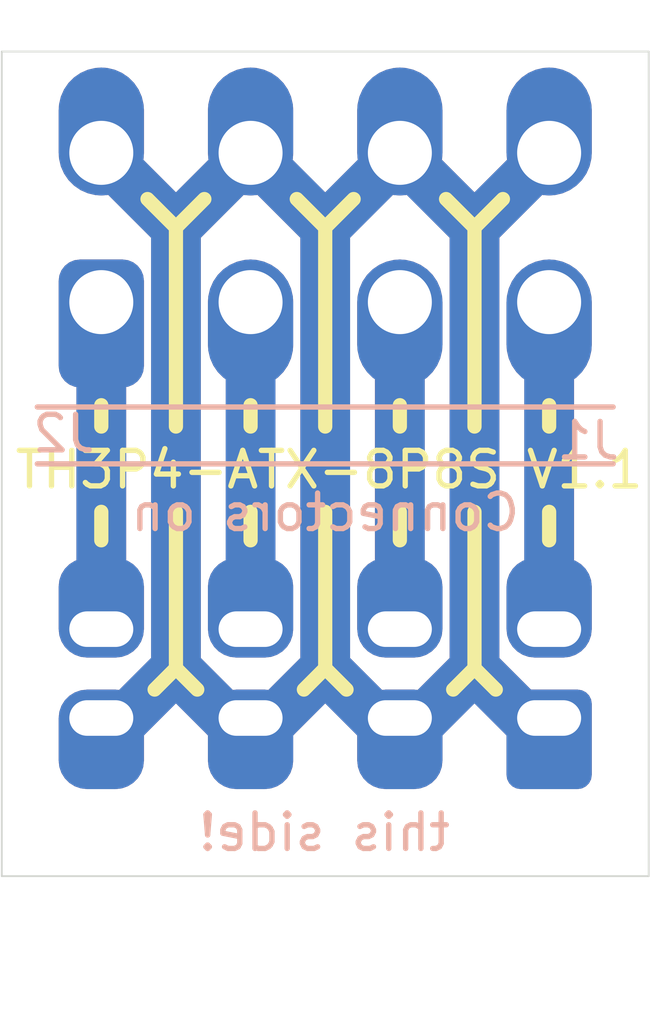
<source format=kicad_pcb>
(kicad_pcb (version 20240108) (generator "pcbnew") (generator_version "8.0")
  (layers (0 "F.Cu" signal) (31 "B.Cu" signal) (34 "B.Paste" user) (35 "F.Paste" user) (36 "B.SilkS" user "B.Silkscreen") (37 "F.SilkS" user "F.Silkscreen") (38 "B.Mask" user) (39 "F.Mask" user) (44 "Edge.Cuts" user))
  (net 0 "")
  (footprint "Connector_ATX:ATX_8pin_female_solder" (layer "B.Cu") (at 150 100.15 180)
    (property "Reference" "J1" (at -7.4 6.55 0) (layer "B.SilkS") (effects (justify mirror)))
    (property "Value" "ATX_8pin_female_solder")
    (pad "1" thru_hole roundrect (at -6.3 -1.25 180) (size 2.4 2.8) (drill oval 1.8 1 (offset 0 -0.6)) (layers "*.Cu" "*.Mask" "In1.Cu" "In2.Cu" "In3.Cu" "In4.Cu" "In5.Cu" "In6.Cu" "In7.Cu" "In8.Cu" "In9.Cu" "In10.Cu" "In11.Cu" "In12.Cu" "In13.Cu" "In14.Cu" "In15.Cu" "In16.Cu" "In17.Cu" "In18.Cu" "In19.Cu" "In20.Cu" "In21.Cu" "In22.Cu" "In23.Cu" "In24.Cu" "In25.Cu" "In26.Cu" "In27.Cu" "In28.Cu" "In29.Cu" "In30.Cu") (roundrect_rratio 0.1666666667))
    (pad "2" thru_hole roundrect (at -2.1 -1.25 180) (size 2.4 2.8) (drill oval 1.8 1 (offset 0 -0.6)) (layers "*.Cu" "*.Mask" "In1.Cu" "In2.Cu" "In3.Cu" "In4.Cu" "In5.Cu" "In6.Cu" "In7.Cu" "In8.Cu" "In9.Cu" "In10.Cu" "In11.Cu" "In12.Cu" "In13.Cu" "In14.Cu" "In15.Cu" "In16.Cu" "In17.Cu" "In18.Cu" "In19.Cu" "In20.Cu" "In21.Cu" "In22.Cu" "In23.Cu" "In24.Cu" "In25.Cu" "In26.Cu" "In27.Cu" "In28.Cu" "In29.Cu" "In30.Cu") (roundrect_rratio 0.3333333333))
    (pad "3" thru_hole roundrect (at 2.1 -1.25 180) (size 2.4 2.8) (drill oval 1.8 1 (offset 0 -0.6)) (layers "*.Cu" "*.Mask" "In1.Cu" "In2.Cu" "In3.Cu" "In4.Cu" "In5.Cu" "In6.Cu" "In7.Cu" "In8.Cu" "In9.Cu" "In10.Cu" "In11.Cu" "In12.Cu" "In13.Cu" "In14.Cu" "In15.Cu" "In16.Cu" "In17.Cu" "In18.Cu" "In19.Cu" "In20.Cu" "In21.Cu" "In22.Cu" "In23.Cu" "In24.Cu" "In25.Cu" "In26.Cu" "In27.Cu" "In28.Cu" "In29.Cu" "In30.Cu") (roundrect_rratio 0.3333333333))
    (pad "4" thru_hole roundrect (at 6.3 -1.25 180) (size 2.4 2.8) (drill oval 1.8 1 (offset 0 -0.6)) (layers "*.Cu" "*.Mask" "In1.Cu" "In2.Cu" "In3.Cu" "In4.Cu" "In5.Cu" "In6.Cu" "In7.Cu" "In8.Cu" "In9.Cu" "In10.Cu" "In11.Cu" "In12.Cu" "In13.Cu" "In14.Cu" "In15.Cu" "In16.Cu" "In17.Cu" "In18.Cu" "In19.Cu" "In20.Cu" "In21.Cu" "In22.Cu" "In23.Cu" "In24.Cu" "In25.Cu" "In26.Cu" "In27.Cu" "In28.Cu" "In29.Cu" "In30.Cu") (roundrect_rratio 0.3333333333))
    (pad "5" thru_hole roundrect (at -6.3 1.25 180) (size 2.4 2.8) (drill oval 1.8 1 (offset 0 0.6)) (layers "*.Cu" "*.Mask" "In1.Cu" "In2.Cu" "In3.Cu" "In4.Cu" "In5.Cu" "In6.Cu" "In7.Cu" "In8.Cu" "In9.Cu" "In10.Cu" "In11.Cu" "In12.Cu" "In13.Cu" "In14.Cu" "In15.Cu" "In16.Cu" "In17.Cu" "In18.Cu" "In19.Cu" "In20.Cu" "In21.Cu" "In22.Cu" "In23.Cu" "In24.Cu" "In25.Cu" "In26.Cu" "In27.Cu" "In28.Cu" "In29.Cu" "In30.Cu") (roundrect_rratio 0.3333333333))
    (pad "6" thru_hole roundrect (at -2.1 1.25 180) (size 2.4 2.8) (drill oval 1.8 1 (offset 0 0.6)) (layers "*.Cu" "*.Mask" "In1.Cu" "In2.Cu" "In3.Cu" "In4.Cu" "In5.Cu" "In6.Cu" "In7.Cu" "In8.Cu" "In9.Cu" "In10.Cu" "In11.Cu" "In12.Cu" "In13.Cu" "In14.Cu" "In15.Cu" "In16.Cu" "In17.Cu" "In18.Cu" "In19.Cu" "In20.Cu" "In21.Cu" "In22.Cu" "In23.Cu" "In24.Cu" "In25.Cu" "In26.Cu" "In27.Cu" "In28.Cu" "In29.Cu" "In30.Cu") (roundrect_rratio 0.3333333333))
    (pad "7" thru_hole roundrect (at 2.1 1.25 180) (size 2.4 2.8) (drill oval 1.8 1 (offset 0 0.6)) (layers "*.Cu" "*.Mask" "In1.Cu" "In2.Cu" "In3.Cu" "In4.Cu" "In5.Cu" "In6.Cu" "In7.Cu" "In8.Cu" "In9.Cu" "In10.Cu" "In11.Cu" "In12.Cu" "In13.Cu" "In14.Cu" "In15.Cu" "In16.Cu" "In17.Cu" "In18.Cu" "In19.Cu" "In20.Cu" "In21.Cu" "In22.Cu" "In23.Cu" "In24.Cu" "In25.Cu" "In26.Cu" "In27.Cu" "In28.Cu" "In29.Cu" "In30.Cu") (roundrect_rratio 0.3333333333))
    (pad "8" thru_hole roundrect (at 6.3 1.25 180) (size 2.4 2.8) (drill oval 1.8 1 (offset 0 0.6)) (layers "*.Cu" "*.Mask" "In1.Cu" "In2.Cu" "In3.Cu" "In4.Cu" "In5.Cu" "In6.Cu" "In7.Cu" "In8.Cu" "In9.Cu" "In10.Cu" "In11.Cu" "In12.Cu" "In13.Cu" "In14.Cu" "In15.Cu" "In16.Cu" "In17.Cu" "In18.Cu" "In19.Cu" "In20.Cu" "In21.Cu" "In22.Cu" "In23.Cu" "In24.Cu" "In25.Cu" "In26.Cu" "In27.Cu" "In28.Cu" "In29.Cu" "In30.Cu") (roundrect_rratio 0.3333333333))
  )
  (footprint "Connector_ATX:ATX_8pin_male" (layer "B.Cu") (at 150 87.6 180)
    (property "Reference" "J2" (at 6.4 -5.8 0) (layer "B.SilkS") (effects (justify left mirror)))
    (property "Value" "ATX_8pin_male")
    (pad "1" thru_hole roundrect (at 6.3 -2.1 180) (size 2.4 3.6) (drill oval 1.8 (offset 0 -0.6)) (layers "*.Cu" "*.Mask" "In1.Cu" "In2.Cu" "In3.Cu" "In4.Cu" "In5.Cu" "In6.Cu" "In7.Cu" "In8.Cu" "In9.Cu" "In10.Cu" "In11.Cu" "In12.Cu" "In13.Cu" "In14.Cu" "In15.Cu" "In16.Cu" "In17.Cu" "In18.Cu" "In19.Cu" "In20.Cu" "In21.Cu" "In22.Cu" "In23.Cu" "In24.Cu" "In25.Cu" "In26.Cu" "In27.Cu" "In28.Cu" "In29.Cu" "In30.Cu"))
    (pad "2" thru_hole roundrect (at 2.1 -2.1 180) (size 2.4 3.6) (drill oval 1.8 (offset 0 -0.6)) (layers "*.Cu" "*.Mask" "In1.Cu" "In2.Cu" "In3.Cu" "In4.Cu" "In5.Cu" "In6.Cu" "In7.Cu" "In8.Cu" "In9.Cu" "In10.Cu" "In11.Cu" "In12.Cu" "In13.Cu" "In14.Cu" "In15.Cu" "In16.Cu" "In17.Cu" "In18.Cu" "In19.Cu" "In20.Cu" "In21.Cu" "In22.Cu" "In23.Cu" "In24.Cu" "In25.Cu" "In26.Cu" "In27.Cu" "In28.Cu" "In29.Cu" "In30.Cu") (roundrect_rratio 0.5))
    (pad "3" thru_hole roundrect (at -2.1 -2.1 180) (size 2.4 3.6) (drill oval 1.8 (offset 0 -0.6)) (layers "*.Cu" "*.Mask" "In1.Cu" "In2.Cu" "In3.Cu" "In4.Cu" "In5.Cu" "In6.Cu" "In7.Cu" "In8.Cu" "In9.Cu" "In10.Cu" "In11.Cu" "In12.Cu" "In13.Cu" "In14.Cu" "In15.Cu" "In16.Cu" "In17.Cu" "In18.Cu" "In19.Cu" "In20.Cu" "In21.Cu" "In22.Cu" "In23.Cu" "In24.Cu" "In25.Cu" "In26.Cu" "In27.Cu" "In28.Cu" "In29.Cu" "In30.Cu") (roundrect_rratio 0.5))
    (pad "4" thru_hole roundrect (at -6.3 -2.1 180) (size 2.4 3.6) (drill oval 1.8 (offset 0 -0.6)) (layers "*.Cu" "*.Mask" "In1.Cu" "In2.Cu" "In3.Cu" "In4.Cu" "In5.Cu" "In6.Cu" "In7.Cu" "In8.Cu" "In9.Cu" "In10.Cu" "In11.Cu" "In12.Cu" "In13.Cu" "In14.Cu" "In15.Cu" "In16.Cu" "In17.Cu" "In18.Cu" "In19.Cu" "In20.Cu" "In21.Cu" "In22.Cu" "In23.Cu" "In24.Cu" "In25.Cu" "In26.Cu" "In27.Cu" "In28.Cu" "In29.Cu" "In30.Cu") (roundrect_rratio 0.5))
    (pad "5" thru_hole roundrect (at 6.3 2.1 180) (size 2.4 3.6) (drill oval 1.8 (offset 0 0.6)) (layers "*.Cu" "*.Mask" "In1.Cu" "In2.Cu" "In3.Cu" "In4.Cu" "In5.Cu" "In6.Cu" "In7.Cu" "In8.Cu" "In9.Cu" "In10.Cu" "In11.Cu" "In12.Cu" "In13.Cu" "In14.Cu" "In15.Cu" "In16.Cu" "In17.Cu" "In18.Cu" "In19.Cu" "In20.Cu" "In21.Cu" "In22.Cu" "In23.Cu" "In24.Cu" "In25.Cu" "In26.Cu" "In27.Cu" "In28.Cu" "In29.Cu" "In30.Cu") (roundrect_rratio 0.5))
    (pad "6" thru_hole roundrect (at 2.1 2.1 180) (size 2.4 3.6) (drill oval 1.8 (offset 0 0.6)) (layers "*.Cu" "*.Mask" "In1.Cu" "In2.Cu" "In3.Cu" "In4.Cu" "In5.Cu" "In6.Cu" "In7.Cu" "In8.Cu" "In9.Cu" "In10.Cu" "In11.Cu" "In12.Cu" "In13.Cu" "In14.Cu" "In15.Cu" "In16.Cu" "In17.Cu" "In18.Cu" "In19.Cu" "In20.Cu" "In21.Cu" "In22.Cu" "In23.Cu" "In24.Cu" "In25.Cu" "In26.Cu" "In27.Cu" "In28.Cu" "In29.Cu" "In30.Cu") (roundrect_rratio 0.5))
    (pad "7" thru_hole roundrect (at -2.1 2.1 180) (size 2.4 3.6) (drill oval 1.8 (offset 0 0.6)) (layers "*.Cu" "*.Mask" "In1.Cu" "In2.Cu" "In3.Cu" "In4.Cu" "In5.Cu" "In6.Cu" "In7.Cu" "In8.Cu" "In9.Cu" "In10.Cu" "In11.Cu" "In12.Cu" "In13.Cu" "In14.Cu" "In15.Cu" "In16.Cu" "In17.Cu" "In18.Cu" "In19.Cu" "In20.Cu" "In21.Cu" "In22.Cu" "In23.Cu" "In24.Cu" "In25.Cu" "In26.Cu" "In27.Cu" "In28.Cu" "In29.Cu" "In30.Cu") (roundrect_rratio 0.5))
    (pad "8" thru_hole roundrect (at -6.3 2.1 180) (size 2.4 3.6) (drill oval 1.8 (offset 0 0.6)) (layers "*.Cu" "*.Mask" "In1.Cu" "In2.Cu" "In3.Cu" "In4.Cu" "In5.Cu" "In6.Cu" "In7.Cu" "In8.Cu" "In9.Cu" "In10.Cu" "In11.Cu" "In12.Cu" "In13.Cu" "In14.Cu" "In15.Cu" "In16.Cu" "In17.Cu" "In18.Cu" "In19.Cu" "In20.Cu" "In21.Cu" "In22.Cu" "In23.Cu" "In24.Cu" "In25.Cu" "In26.Cu" "In27.Cu" "In28.Cu" "In29.Cu" "In30.Cu") (roundrect_rratio 0.5))
  )
  (gr_line (start 141.9 94.25) (end 158.1 94.25) (stroke (width 0.15)) (layer "B.SilkS"))
  (gr_line (start 141.9 92.65) (end 158.1 92.65) (stroke (width 0.15)) (layer "B.SilkS"))
  (gr_line (start 147.9 95.6) (end 147.9 96.4) (stroke (width 0.4)) (layer "F.SilkS"))
  (gr_line (start 152.1 92.6) (end 152.1 93.2) (stroke (width 0.4)) (layer "F.SilkS"))
  (gr_line (start 152.1 95.6) (end 152.1 96.4) (stroke (width 0.4)) (layer "F.SilkS"))
  (gr_line (start 153.4 86.8) (end 154.2 87.6) (stroke (width 0.4)) (layer "F.SilkS"))
  (gr_line (start 147.9 93.2) (end 147.9 92.6) (stroke (width 0.4)) (layer "F.SilkS"))
  (gr_line (start 143.7 95.6) (end 143.7 96.4) (stroke (width 0.4)) (layer "F.SilkS"))
  (gr_line (start 145.8 87.6) (end 146.6 86.8) (stroke (width 0.4)) (layer "F.SilkS"))
  (gr_line (start 150 87.6) (end 150.8 86.8) (stroke (width 0.4)) (layer "F.SilkS"))
  (gr_line (start 145.8 95.6) (end 145.8 100) (stroke (width 0.4)) (layer "F.SilkS"))
  (gr_line (start 145.8 100) (end 146.4 100.6) (stroke (width 0.4)) (layer "F.SilkS"))
  (gr_line (start 150 100) (end 149.4 100.6) (stroke (width 0.4)) (layer "F.SilkS"))
  (gr_line (start 154.2 87.6) (end 154.2 93.2) (stroke (width 0.4)) (layer "F.SilkS"))
  (gr_line (start 150 87.6) (end 150 93.2) (stroke (width 0.4)) (layer "F.SilkS"))
  (gr_line (start 154.2 87.6) (end 155 86.8) (stroke (width 0.4)) (layer "F.SilkS"))
  (gr_line (start 145.8 100) (end 145.2 100.6) (stroke (width 0.4)) (layer "F.SilkS"))
  (gr_line (start 145.8 87.6) (end 145.8 93.2) (stroke (width 0.4)) (layer "F.SilkS"))
  (gr_line (start 150 100) (end 150.6 100.6) (stroke (width 0.4)) (layer "F.SilkS"))
  (gr_line (start 156.3 95.6) (end 156.3 96.4) (stroke (width 0.4)) (layer "F.SilkS"))
  (gr_line (start 156.3 92.6) (end 156.3 93.2) (stroke (width 0.4)) (layer "F.SilkS"))
  (gr_line (start 154.2 100) (end 154.8 100.6) (stroke (width 0.4)) (layer "F.SilkS"))
  (gr_line (start 150 95.6) (end 150 100) (stroke (width 0.4)) (layer "F.SilkS"))
  (gr_line (start 154.2 95.6) (end 154.2 100) (stroke (width 0.4)) (layer "F.SilkS"))
  (gr_line (start 145 86.8) (end 145.8 87.6) (stroke (width 0.4)) (layer "F.SilkS"))
  (gr_line (start 143.7 92.6) (end 143.7 93.2) (stroke (width 0.4)) (layer "F.SilkS"))
  (gr_line (start 149.2 86.8) (end 150 87.6) (stroke (width 0.4)) (layer "F.SilkS"))
  (gr_line (start 154.2 100) (end 153.6 100.6) (stroke (width 0.4)) (layer "F.SilkS"))
  (gr_line (start 140.9 105.85) (end 159.1 105.85) (stroke (width 0.05)) (layer "Edge.Cuts"))
  (gr_line (start 140.9 82.65) (end 140.9 105.85) (stroke (width 0.05)) (layer "Edge.Cuts"))
  (gr_line (start 159.1 105.85) (end 159.1 82.65) (stroke (width 0.05)) (layer "Edge.Cuts"))
  (gr_line (start 159.1 82.65) (end 140.9 82.65) (stroke (width 0.05)) (layer "Edge.Cuts"))
  (gr_text "this side!" (at 153.6 105.2 0) (layer "B.SilkS") (effects (font (size 1 1)) (justify left bottom mirror)))
  (gr_text "Connectors on" (at 150 96.2 0) (layer "B.SilkS") (effects (font (size 1 1)) (justify bottom mirror)))
  (gr_text "TH3P4-ATX-8P8S V1.1" (at 141.2 95 0) (layer "F.SilkS") (effects (font (size 1 1)) (justify left bottom)))
  (segment (start 152.1 101.4) (end 151.4 101.4) (width 1.4) (layer "F.Cu") (net 0))
  (segment (start 147.2 101.4) (end 145.8 100) (width 1.4) (layer "F.Cu") (net 0))
  (segment (start 143.7 85.5) (end 145.8 87.6) (width 1.4) (layer "F.Cu") (net 0))
  (segment (start 152.8 101.4) (end 152.1 101.4) (width 1.4) (layer "F.Cu") (net 0))
  (segment (start 152.1 89.7) (end 152.1 98.9) (width 1.4) (layer "F.Cu") (net 0))
  (segment (start 145.8 100) (end 144.4 101.4) (width 1.4) (layer "F.Cu") (net 0))
  (segment (start 147.9 101.4) (end 147.2 101.4) (width 1.4) (layer "F.Cu") (net 0))
  (segment (start 156.3 89.7) (end 156.3 98.9) (width 1.4) (layer "F.Cu") (net 0))
  (segment (start 150 100) (end 148.6 101.4) (width 1.4) (layer "F.Cu") (net 0))
  (segment (start 148.6 101.4) (end 147.9 101.4) (width 1.4) (layer "F.Cu") (net 0))
  (segment (start 145.8 87.6) (end 145.8 100) (width 1.4) (layer "F.Cu") (net 0))
  (segment (start 145.8 87.6) (end 147.9 85.5) (width 1.4) (layer "F.Cu") (net 0))
  (segment (start 156.3 101.4) (end 155.6 101.4) (width 1.4) (layer "F.Cu") (net 0))
  (segment (start 155.6 101.4) (end 154.2 100) (width 1.4) (layer "F.Cu") (net 0))
  (segment (start 151.4 101.4) (end 150 100) (width 1.4) (layer "F.Cu") (net 0))
  (segment (start 147.9 89.7) (end 147.9 98.9) (width 1.4) (layer "F.Cu") (net 0))
  (segment (start 154.2 87.6) (end 154.2 100) (width 1.4) (layer "F.Cu") (net 0))
  (segment (start 152.1 85.5) (end 154.2 87.6) (width 1.4) (layer "F.Cu") (net 0))
  (segment (start 143.7 89.7) (end 143.7 98.9) (width 1.4) (layer "F.Cu") (net 0))
  (segment (start 154.2 100) (end 152.8 101.4) (width 1.4) (layer "F.Cu") (net 0))
  (segment (start 150 87.6) (end 152.1 85.5) (width 1.4) (layer "F.Cu") (net 0))
  (segment (start 144.4 101.4) (end 143.7 101.4) (width 1.4) (layer "F.Cu") (net 0))
  (segment (start 154.2 87.6) (end 156.3 85.5) (width 1.4) (layer "F.Cu") (net 0))
  (segment (start 147.9 85.5) (end 150 87.6) (width 1.4) (layer "F.Cu") (net 0))
  (segment (start 150 87.6) (end 150 100) (width 1.4) (layer "F.Cu") (net 0))
  (segment (start 154.2 87.6) (end 154.2 100) (width 1.4) (layer "B.Cu") (net 0))
  (segment (start 154.2 100) (end 155.6 101.4) (width 1.4) (layer "B.Cu") (net 0))
  (segment (start 152.1 101.4) (end 152.8 101.4) (width 1.4) (layer "B.Cu") (net 0))
  (segment (start 156.3 89.7) (end 156.3 98.9) (width 1.4) (layer "B.Cu") (net 0))
  (segment (start 150 87.6) (end 152.1 85.5) (width 1.4) (layer "B.Cu") (net 0))
  (segment (start 156.3 85.5) (end 154.2 87.6) (width 1.4) (layer "B.Cu") (net 0))
  (segment (start 150 87.6) (end 150 100) (width 1.4) (layer "B.Cu") (net 0))
  (segment (start 147.9 89.7) (end 147.9 98.9) (width 1.4) (layer "B.Cu") (net 0))
  (segment (start 147.9 85.5) (end 150 87.6) (width 1.4) (layer "B.Cu") (net 0))
  (segment (start 145.8 100) (end 144.4 101.4) (width 1.4) (layer "B.Cu") (net 0))
  (segment (start 151.4 101.4) (end 152.1 101.4) (width 1.4) (layer "B.Cu") (net 0))
  (segment (start 143.7 85.5) (end 145.8 87.6) (width 1.4) (layer "B.Cu") (net 0))
  (segment (start 147.2 101.4) (end 147.9 101.4) (width 1.4) (layer "B.Cu") (net 0))
  (segment (start 150 100) (end 148.6 101.4) (width 1.4) (layer "B.Cu") (net 0))
  (segment (start 155.6 101.4) (end 156.3 101.4) (width 1.4) (layer "B.Cu") (net 0))
  (segment (start 145.8 87.6) (end 145.8 100) (width 1.4) (layer "B.Cu") (net 0))
  (segment (start 145.8 100) (end 147.2 101.4) (width 1.4) (layer "B.Cu") (net 0))
  (segment (start 150 100) (end 151.4 101.4) (width 1.4) (layer "B.Cu") (net 0))
  (segment (start 148.6 101.4) (end 147.9 101.4) (width 1.4) (layer "B.Cu") (net 0))
  (segment (start 154.2 87.6) (end 152.1 85.5) (width 1.4) (layer "B.Cu") (net 0))
  (segment (start 144.4 101.4) (end 143.7 101.4) (width 1.4) (layer "B.Cu") (net 0))
  (segment (start 152.8 101.4) (end 154.2 100) (width 1.4) (layer "B.Cu") (net 0))
  (segment (start 145.8 87.6) (end 147.9 85.5) (width 1.4) (layer "B.Cu") (net 0))
  (segment (start 152.1 89.7) (end 152.1 98.9) (width 1.4) (layer "B.Cu") (net 0))
  (segment (start 143.7 89.7) (end 143.7 98.9) (width 1.4) (layer "B.Cu") (net 0))
)
</source>
